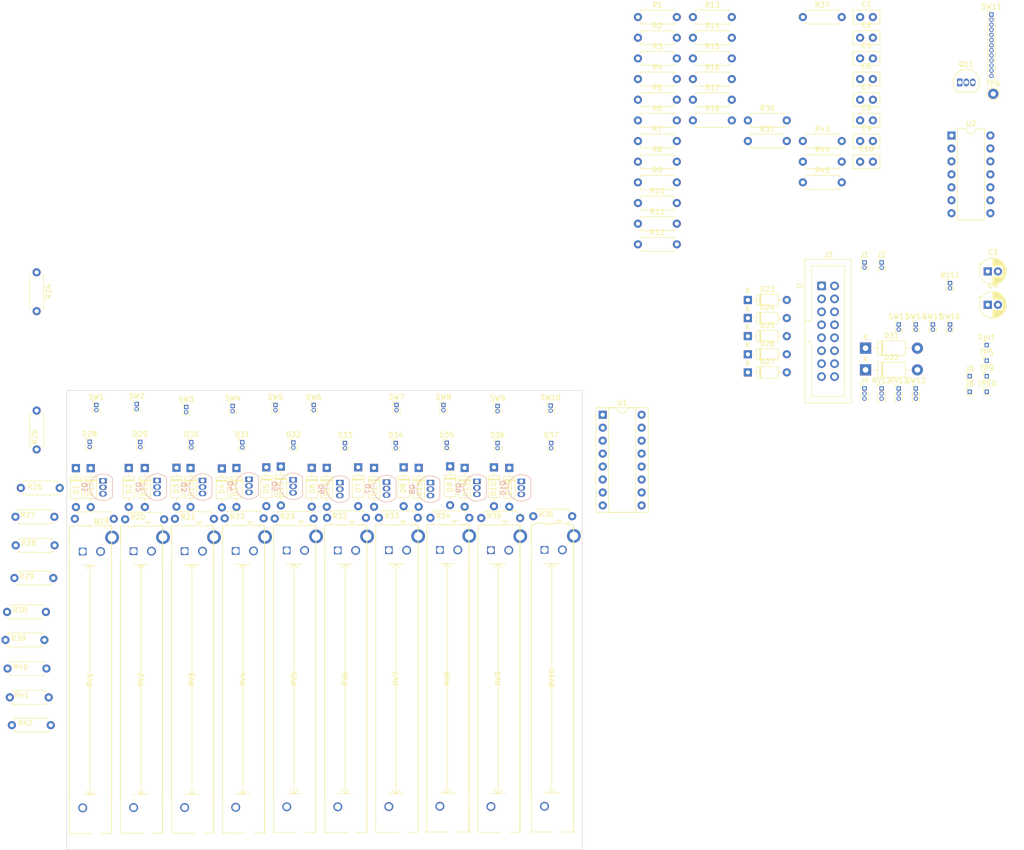
<source format=kicad_pcb>
(kicad_pcb (version 20221018) (generator pcbnew)

  (general
    (thickness 1.6)
  )

  (paper "A4")
  (title_block
    (title "Unseen Servant (Baby 10 Seq)")
  )

  (layers
    (0 "F.Cu" signal)
    (31 "B.Cu" signal)
    (32 "B.Adhes" user "B.Adhesive")
    (33 "F.Adhes" user "F.Adhesive")
    (34 "B.Paste" user)
    (35 "F.Paste" user)
    (36 "B.SilkS" user "B.Silkscreen")
    (37 "F.SilkS" user "F.Silkscreen")
    (38 "B.Mask" user)
    (39 "F.Mask" user)
    (40 "Dwgs.User" user "User.Drawings")
    (41 "Cmts.User" user "User.Comments")
    (42 "Eco1.User" user "User.Eco1")
    (43 "Eco2.User" user "User.Eco2")
    (44 "Edge.Cuts" user)
    (45 "Margin" user)
    (46 "B.CrtYd" user "B.Courtyard")
    (47 "F.CrtYd" user "F.Courtyard")
    (48 "B.Fab" user)
    (49 "F.Fab" user)
    (50 "User.1" user)
    (51 "User.2" user)
    (52 "User.3" user)
    (53 "User.4" user)
    (54 "User.5" user)
    (55 "User.6" user)
    (56 "User.7" user)
    (57 "User.8" user)
    (58 "User.9" user)
  )

  (setup
    (stackup
      (layer "F.SilkS" (type "Top Silk Screen"))
      (layer "F.Paste" (type "Top Solder Paste"))
      (layer "F.Mask" (type "Top Solder Mask") (thickness 0.01))
      (layer "F.Cu" (type "copper") (thickness 0.035))
      (layer "dielectric 1" (type "core") (thickness 1.51) (material "FR4") (epsilon_r 4.5) (loss_tangent 0.02))
      (layer "B.Cu" (type "copper") (thickness 0.035))
      (layer "B.Mask" (type "Bottom Solder Mask") (thickness 0.01))
      (layer "B.Paste" (type "Bottom Solder Paste"))
      (layer "B.SilkS" (type "Bottom Silk Screen"))
      (copper_finish "None")
      (dielectric_constraints no)
    )
    (pad_to_mask_clearance 0)
    (pcbplotparams
      (layerselection 0x00010fc_ffffffff)
      (plot_on_all_layers_selection 0x0000000_00000000)
      (disableapertmacros false)
      (usegerberextensions false)
      (usegerberattributes true)
      (usegerberadvancedattributes true)
      (creategerberjobfile true)
      (dashed_line_dash_ratio 12.000000)
      (dashed_line_gap_ratio 3.000000)
      (svgprecision 6)
      (plotframeref false)
      (viasonmask false)
      (mode 1)
      (useauxorigin false)
      (hpglpennumber 1)
      (hpglpenspeed 20)
      (hpglpendiameter 15.000000)
      (dxfpolygonmode true)
      (dxfimperialunits true)
      (dxfusepcbnewfont true)
      (psnegative false)
      (psa4output false)
      (plotreference true)
      (plotvalue true)
      (plotinvisibletext false)
      (sketchpadsonfab false)
      (subtractmaskfromsilk false)
      (outputformat 1)
      (mirror false)
      (drillshape 0)
      (scaleselection 1)
      (outputdirectory "./")
    )
  )

  (net 0 "")
  (net 1 "Net-(U2C--)")
  (net 2 "GND")
  (net 3 "Net-(C2-Pad1)")
  (net 4 "Net-(D24-A)")
  (net 5 "+12V")
  (net 6 "-12V")
  (net 7 "Net-(SW13-C)")
  (net 8 "Net-(D1-K)")
  (net 9 "Net-(D1-A)")
  (net 10 "Net-(D2-K)")
  (net 11 "Net-(D2-A)")
  (net 12 "Net-(D3-K)")
  (net 13 "Net-(D3-A)")
  (net 14 "Net-(D4-K)")
  (net 15 "Net-(D4-A)")
  (net 16 "Net-(D5-K)")
  (net 17 "Net-(D5-A)")
  (net 18 "Net-(D6-K)")
  (net 19 "Net-(D6-A)")
  (net 20 "Net-(D7-K)")
  (net 21 "Net-(D7-A)")
  (net 22 "Net-(D8-K)")
  (net 23 "Net-(D8-A)")
  (net 24 "Net-(D9-K)")
  (net 25 "Net-(D9-A)")
  (net 26 "Net-(D10-K)")
  (net 27 "Net-(D10-A)")
  (net 28 "Net-(D11-K)")
  (net 29 "Net-(D11-A)")
  (net 30 "Net-(D12-A)")
  (net 31 "Net-(D13-A)")
  (net 32 "Net-(D14-A)")
  (net 33 "Net-(D15-A)")
  (net 34 "Net-(D16-A)")
  (net 35 "Net-(D17-A)")
  (net 36 "Net-(D18-A)")
  (net 37 "Net-(D19-A)")
  (net 38 "Net-(D20-A)")
  (net 39 "Net-(D21-K)")
  (net 40 "Net-(J4-PadTN)")
  (net 41 "Net-(D21-A)")
  (net 42 "Net-(D22-K)")
  (net 43 "Net-(D22-A)")
  (net 44 "Net-(D23-K)")
  (net 45 "Net-(D23-A)")
  (net 46 "Net-(D24-K)")
  (net 47 "Net-(D25-K)")
  (net 48 "Net-(D25-A)")
  (net 49 "Net-(D26-A)")
  (net 50 "Net-(D27-K)")
  (net 51 "Net-(D27-A)")
  (net 52 "Net-(D28-K)")
  (net 53 "Net-(R2-Pad1)")
  (net 54 "Net-(D29-K)")
  (net 55 "Net-(J4-PadT)")
  (net 56 "Net-(J2-PadTN)")
  (net 57 "Net-(D30-K)")
  (net 58 "Net-(D31-K)")
  (net 59 "Net-(D32-K)")
  (net 60 "Net-(R30-Pad1)")
  (net 61 "Net-(D33-K)")
  (net 62 "Net-(R31-Pad1)")
  (net 63 "Net-(D34-K)")
  (net 64 "unconnected-(RV12-Pad3)")
  (net 65 "unconnected-(RV13-Pad3)")
  (net 66 "unconnected-(SW11-Pad11)")
  (net 67 "unconnected-(SW11-Pad12)")
  (net 68 "Net-(D35-K)")
  (net 69 "Net-(D36-K)")
  (net 70 "Net-(D37-K)")
  (net 71 "unconnected-(J3-Pin_11-Pad11)")
  (net 72 "unconnected-(J3-Pin_12-Pad12)")
  (net 73 "unconnected-(J3-Pin_13-Pad13)")
  (net 74 "unconnected-(J3-Pin_14-Pad14)")
  (net 75 "Net-(J3-Pin_15)")
  (net 76 "Net-(Q1-B)")
  (net 77 "Net-(R3-Pad1)")
  (net 78 "Net-(Q1-C)")
  (net 79 "Net-(Q2-B)")
  (net 80 "Net-(Q2-C)")
  (net 81 "Net-(Q3-B)")
  (net 82 "Net-(Q3-C)")
  (net 83 "Net-(Q4-B)")
  (net 84 "Net-(Q4-C)")
  (net 85 "Net-(Q5-B)")
  (net 86 "Net-(Q5-C)")
  (net 87 "Net-(Q6-B)")
  (net 88 "Net-(J5-PadT)")
  (net 89 "Net-(J6-PadT)")
  (net 90 "Net-(Q6-C)")
  (net 91 "Net-(Q7-B)")
  (net 92 "Net-(Q7-C)")
  (net 93 "Net-(Q8-B)")
  (net 94 "Net-(Q8-C)")
  (net 95 "Net-(Q9-B)")
  (net 96 "Net-(Q9-C)")
  (net 97 "Net-(Q10-B)")
  (net 98 "Net-(Q10-C)")
  (net 99 "Net-(Q11-E)")
  (net 100 "Net-(U2C-+)")
  (net 101 "Net-(U2A--)")
  (net 102 "Net-(U2B--)")
  (net 103 "Net-(SW1-B)")
  (net 104 "Net-(SW12-B)")
  (net 105 "Net-(SW12-A)")
  (net 106 "Net-(SW12-C)")
  (net 107 "Net-(U2D--)")
  (net 108 "Net-(SW13-B)")
  (net 109 "Net-(SW15-B)")
  (net 110 "unconnected-(U1-Cout-Pad12)")
  (net 111 "unconnected-(SW13-A-Pad1)")

  (footprint "Connector_PinHeader_1.00mm:PinHeader_1x02_P1.00mm_Vertical" (layer "F.Cu") (at 82 111.55))

  (footprint "Connector_PinHeader_1.00mm:PinHeader_1x02_P1.00mm_Vertical" (layer "F.Cu") (at 33.3 104.1))

  (footprint "Resistor_THT:R_Axial_DIN0207_L6.3mm_D2.5mm_P7.62mm_Horizontal" (layer "F.Cu") (at 139.4 56.4))

  (footprint "Connector_PinHeader_1.00mm:PinHeader_1x03_P1.00mm_Vertical" (layer "F.Cu") (at 187.14 100.85))

  (footprint "Connector_PinHeader_1.00mm:PinHeader_1x02_P1.00mm_Vertical" (layer "F.Cu") (at 111.9 104.3))

  (footprint "SynthMages:SLIDE_POT_0547" (layer "F.Cu") (at 66.35 127.7 -90))

  (footprint "Diode_THT:D_DO-35_SOD27_P7.62mm_Horizontal" (layer "F.Cu") (at 57.9 116.55 -90))

  (footprint "Capacitor_THT:CP_Radial_D5.0mm_P2.00mm" (layer "F.Cu") (at 207.929775 77.9))

  (footprint "Resistor_THT:R_Axial_DIN0207_L6.3mm_D2.5mm_P7.62mm_Horizontal" (layer "F.Cu") (at 139.4 28.05))

  (footprint "SynthMages:SLIDE_POT_0547" (layer "F.Cu") (at 36.376813 127.808626 -90))

  (footprint "Diode_THT:D_DO-35_SOD27_P7.62mm_Horizontal" (layer "F.Cu") (at 93.5 116.31 -90))

  (footprint "Connector_PinHeader_1.00mm:PinHeader_1x02_P1.00mm_Vertical" (layer "F.Cu") (at 41.2 103.9))

  (footprint "Resistor_THT:R_Axial_DIN0207_L6.3mm_D2.5mm_P7.62mm_Horizontal" (layer "F.Cu") (at 150.17 48.3))

  (footprint "Package_DIP:DIP-14_W7.62mm" (layer "F.Cu") (at 200.83 51.26))

  (footprint "Diode_THT:D_DO-35_SOD27_P7.62mm_Horizontal" (layer "F.Cu") (at 160.94 83.5))

  (footprint "Resistor_THT:R_Axial_DIN0207_L6.3mm_D2.5mm_P7.62mm_Horizontal" (layer "F.Cu") (at 17.5 131.6))

  (footprint "Diode_THT:D_DO-35_SOD27_P7.62mm_Horizontal" (layer "F.Cu") (at 66.6 116.3 -90))

  (footprint "Connector_PinHeader_1.00mm:PinHeader_1x02_P1.00mm_Vertical" (layer "F.Cu") (at 61.9 111.4))

  (footprint "Resistor_THT:R_Axial_DIN0207_L6.3mm_D2.5mm_P7.62mm_Horizontal" (layer "F.Cu") (at 150.17 28.05))

  (footprint "Resistor_THT:R_Axial_DIN0207_L6.3mm_D2.5mm_P7.62mm_Horizontal" (layer "F.Cu") (at 98.75 126.2))

  (footprint "Resistor_THT:R_Axial_DIN0207_L6.3mm_D2.5mm_P7.62mm_Horizontal" (layer "F.Cu") (at 21.6 112.8 90))

  (footprint "TestPoint:TestPoint_THTPad_D2.0mm_Drill1.0mm" (layer "F.Cu") (at 209.01 43.1))

  (footprint "Connector_PinHeader_1.00mm:PinHeader_1x02_P1.00mm_Vertical" (layer "F.Cu") (at 111.9 111.55))

  (footprint "Resistor_THT:R_Axial_DIN0207_L6.3mm_D2.5mm_P7.62mm_Horizontal" (layer "F.Cu") (at 139.4 32.1))

  (footprint "Resistor_THT:R_Axial_DIN0207_L6.3mm_D2.5mm_P7.62mm_Horizontal" (layer "F.Cu") (at 18.5 120.35))

  (footprint "Connector_PinHeader_1.00mm:PinHeader_1x01_P1.00mm_Vertical" (layer "F.Cu") (at 204.4 98.45))

  (footprint "Connector_PinHeader_1.00mm:PinHeader_1x02_P1.00mm_Vertical" (layer "F.Cu") (at 200.54 80.2))

  (footprint "Resistor_THT:R_Axial_DIN0207_L6.3mm_D2.5mm_P7.62mm_Horizontal" (layer "F.Cu") (at 171.71 28.05))

  (footprint "Resistor_THT:R_Axial_DIN0207_L6.3mm_D2.5mm_P7.62mm_Horizontal" (layer "F.Cu") (at 78.5 126.2))

  (footprint "Capacitor_THT:C_Disc_D5.0mm_W2.5mm_P2.50mm" (layer "F.Cu") (at 182.93 32.1))

  (footprint "Diode_THT:D_DO-35_SOD27_P7.62mm_Horizontal" (layer "F.Cu") (at 160.94 87.05))

  (footprint "SynthMages:SLIDE_POT_0547" (layer "F.Cu") (at 86.35 127.6 -90))

  (footprint "Diode_THT:D_DO-35_SOD27_P7.62mm_Horizontal" (layer "F.Cu") (at 160.94 94.15))

  (footprint "Package_TO_SOT_THT:TO-92_Inline" (layer "F.Cu") (at 202.46 40.86))

  (footprint "Connector_PinHeader_1.00mm:PinHeader_1x02_P1.00mm_Vertical" (layer "F.Cu") (at 71.9 111.45))

  (footprint "SynthMages:SLIDE_POT_0547" (layer "F.Cu") (at 46.35 127.75 -90))

  (footprint "Connector_PinHeader_1.00mm:PinHeader_1x02_P1.00mm_Vertical" (layer "F.Cu") (at 190.49 88.3))

  (footprint "Resistor_THT:R_Axial_DIN0207_L6.3mm_D2.5mm_P7.62mm_Horizontal" (layer "F.Cu")
    (tstamp 59d7e28c-fea4-4a6c-833d-2fc31d197191)
    (at 150.17 32.1)
    (descr "Resistor, Axial_DIN0207 series, Axial, Horizontal, pin pitch=7.62mm, 0.25W = 1/4W, length*diameter=6.3*2.5mm^2, http://cdn-reichelt.de/documents/datenblatt/B400/1_4W%23YAG.pdf")
    (tags "Resistor Axial_DIN0207 series Axial Horizontal pin pitch 7.62mm 0.25W = 1/4W length 6.3mm diameter 2.5mm")
    (property "Sheetfile" "Unseen Servant.kicad_sch")
    (property "Sheetname" "")
    (property "ki_description" "Resistor, US symbol")
    (property "ki_keywords" "R res resistor")
    (path "/506410a1-3616-4263-ab8e-c4ab0bcc84fc")
    (attr through_hole)
    (fp_text reference "R14" (at 3.81 -2.37) (layer "F.SilkS")
        (effects (font (size 1 1) (thickness 0.15)))
      (tstamp bf680212-7024-48fe-bac3-43c6ced03219)
    )
    (fp_text value "100k" (at 3.81 2.37) (layer "F.Fab")
        (effects (font (size 1 1) (thickness 0.15)))
      (tstamp d88a3d5e-496a-437d-a535-a60e1861e827)
    )
    (fp_text user "${REFERENCE}" (at 3.81 0) (layer "F.Fab")
        (effects (font (size 1 1) (thickness 0.15)))
      (tstamp 29c9d4f4-e6df-4125-9da8-ab2fcfa2dd6e)
    )
    (fp_line (start 0.54 -1.37) (end 7.08 -1.37)
      (stroke (width 0.12) (type solid)) (layer "F.SilkS") (tstamp 0d4d36ac-98e1-4d0c-b170-1428aba925c1))
    (fp_line (start 0.54 -1.04) (end 0.54 -1.37)
      (stroke (width 0.12) (type solid)) (layer "F.SilkS") (tstamp a28f3885-4b7b-475c-a81b-2326421ee19f))
    (fp_line (start 0.54 1.04) (end 0.54 1.37)
      (stroke (width 0.12) (type solid)) (layer "F.SilkS") (tstamp cf0412a8-114b-4a28-93d8-01178b48b4ee))
    (f
... [513919 chars truncated]
</source>
